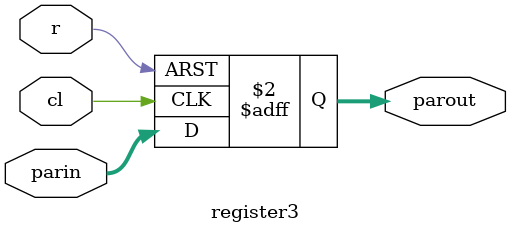
<source format=sv>
`timescale 1ns/1ns
module register3 (input cl,r, input [7:0] parin, output logic [7:0] parout);
	always @(posedge cl, posedge r) begin
		if (r)
			parout <= 8'b0;
		else
			parout <= parin;
	end
endmodule
</source>
